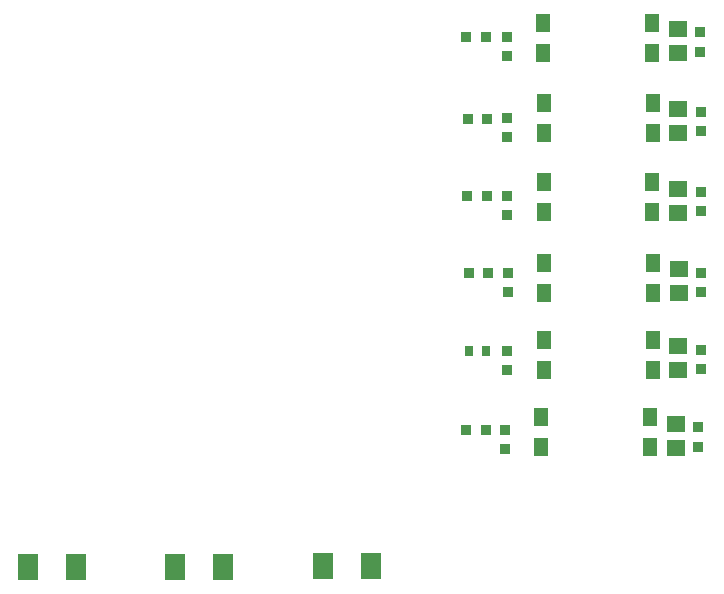
<source format=gtp>
G04*
G04 #@! TF.GenerationSoftware,Altium Limited,Altium Designer,21.8.1 (53)*
G04*
G04 Layer_Color=8421504*
%FSLAX25Y25*%
%MOIN*%
G70*
G04*
G04 #@! TF.SameCoordinates,729F89BC-3EE5-4BC6-91F8-0038CAF30645*
G04*
G04*
G04 #@! TF.FilePolarity,Positive*
G04*
G01*
G75*
%ADD15R,0.02756X0.03543*%
%ADD16R,0.03543X0.03347*%
%ADD17R,0.06300X0.05200*%
%ADD18R,0.05118X0.05906*%
%ADD19R,0.03347X0.03543*%
%ADD20R,0.07000X0.08500*%
D15*
X228947Y97300D02*
D03*
X234853D02*
D03*
D16*
X306200Y203548D02*
D03*
Y197052D02*
D03*
X306400Y97648D02*
D03*
Y91152D02*
D03*
X241900Y97248D02*
D03*
Y90752D02*
D03*
X306500Y123248D02*
D03*
Y116752D02*
D03*
X242000Y123248D02*
D03*
Y116752D02*
D03*
X305500Y71848D02*
D03*
Y65352D02*
D03*
X241000Y71048D02*
D03*
Y64552D02*
D03*
X306300Y150248D02*
D03*
Y143752D02*
D03*
X241800Y149048D02*
D03*
Y142552D02*
D03*
X306400Y177048D02*
D03*
Y170552D02*
D03*
X241900Y175048D02*
D03*
Y168552D02*
D03*
X241700Y201948D02*
D03*
Y195452D02*
D03*
D17*
X298900Y98800D02*
D03*
Y90863D02*
D03*
X299000Y124500D02*
D03*
Y116563D02*
D03*
X298000Y72900D02*
D03*
Y64963D02*
D03*
X298800Y151200D02*
D03*
Y143263D02*
D03*
X298900Y177800D02*
D03*
Y169863D02*
D03*
X298700Y204400D02*
D03*
Y196463D02*
D03*
D18*
X254090Y91000D02*
D03*
Y101000D02*
D03*
X290310D02*
D03*
Y91000D02*
D03*
X254190Y116700D02*
D03*
Y126700D02*
D03*
X290410D02*
D03*
Y116700D02*
D03*
X253190Y65100D02*
D03*
Y75100D02*
D03*
X289410D02*
D03*
Y65100D02*
D03*
X253990Y143400D02*
D03*
Y153400D02*
D03*
X290210D02*
D03*
Y143400D02*
D03*
X254090Y170000D02*
D03*
Y180000D02*
D03*
X290310D02*
D03*
Y170000D02*
D03*
X253890Y196600D02*
D03*
Y206600D02*
D03*
X290110D02*
D03*
Y196600D02*
D03*
D19*
X235548Y123100D02*
D03*
X229052D02*
D03*
X234648Y71000D02*
D03*
X228152D02*
D03*
X235048Y148900D02*
D03*
X228552D02*
D03*
X235248Y174700D02*
D03*
X228752D02*
D03*
X234648Y201800D02*
D03*
X228152D02*
D03*
D20*
X180500Y25700D02*
D03*
X196500D02*
D03*
X131250Y25200D02*
D03*
X147250D02*
D03*
X82000D02*
D03*
X98000D02*
D03*
M02*

</source>
